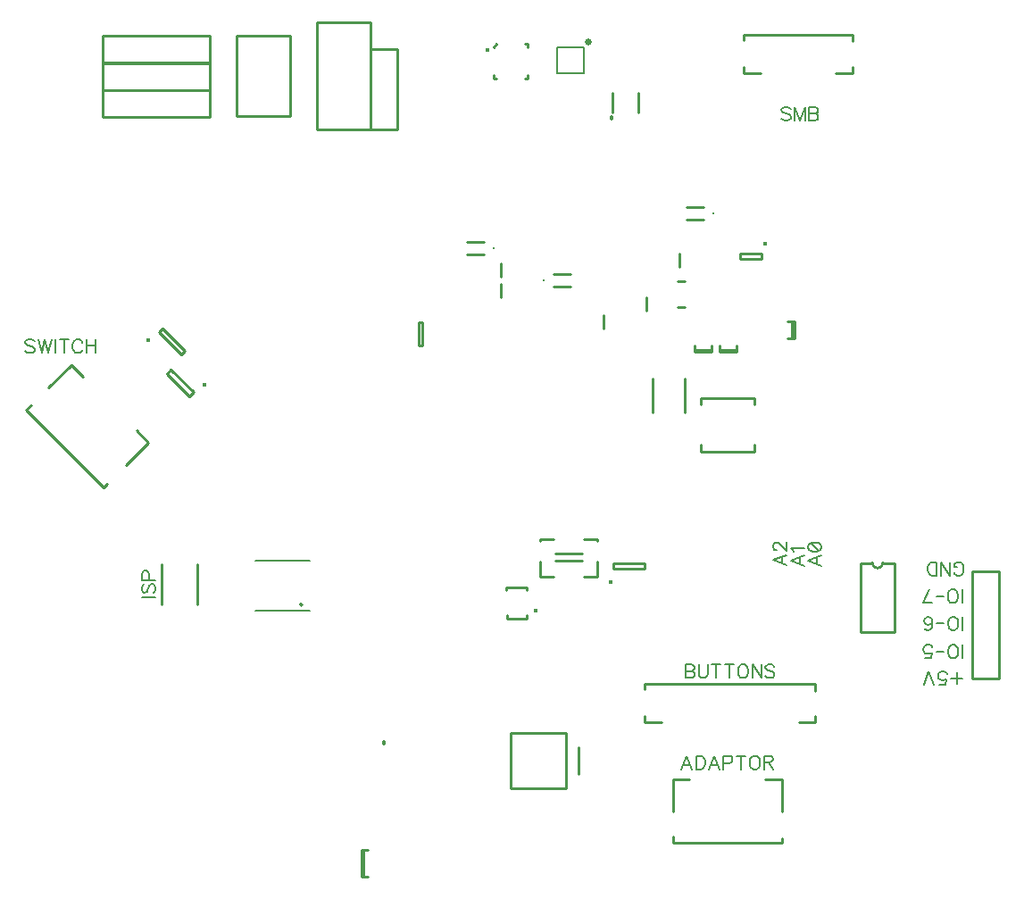
<source format=gto>
G04 DipTrace 2.4.0.2*
%INTopSilk.gbr*%
%MOIN*%
%ADD10C,0.0098*%
%ADD11C,0.006*%
%ADD13C,0.01*%
%ADD17C,0.0079*%
%ADD23C,0.025*%
%ADD36C,0.0094*%
%ADD45C,0.0154*%
%ADD62C,0.018*%
%ADD63C,0.005*%
%ADD70O,0.0144X0.0154*%
%ADD172C,0.0077*%
%FSLAX44Y44*%
G04*
G70*
G90*
G75*
G01*
%LNTopSilk*%
%LPD*%
X29953Y7521D2*
D10*
Y7272D1*
X34033D1*
Y7462D1*
Y8462D2*
Y9642D1*
X33403Y9649D2*
X34033D1*
X29953Y8462D2*
Y9642D1*
Y9649D2*
X30583D1*
X35277Y12952D2*
X35280Y13202D1*
X28900D1*
X28903D2*
Y13014D1*
Y12014D2*
Y11764D1*
X29527D2*
X28903D1*
X35277Y12014D2*
Y11764D1*
X34653D1*
X23532Y28917D2*
Y28406D1*
X31395Y25679D2*
X30765D1*
X31395Y25605D2*
X30765D1*
X31395D2*
Y25841D1*
X30765Y25605D2*
Y25841D1*
X28954Y27657D2*
Y27146D1*
X18418Y6029D2*
Y7014D1*
X18343Y6029D2*
Y7014D1*
Y6029D2*
X18579D1*
X18343Y7014D2*
X18579D1*
X32345Y25689D2*
X31715D1*
X32345Y25615D2*
X31715D1*
X32345D2*
Y25851D1*
X31715Y25615D2*
Y25851D1*
X34412Y26736D2*
Y26107D1*
X34487Y26736D2*
Y26107D1*
Y26736D2*
X34251D1*
X34487Y26107D2*
X34251D1*
X30216Y28786D2*
Y29297D1*
X23532Y28157D2*
Y27646D1*
X27376Y26466D2*
Y26977D1*
X13660Y34402D2*
X15660D1*
Y37402D1*
X13660D1*
Y34402D1*
X16660Y33902D2*
X18660D1*
Y37902D1*
X16660D1*
Y33902D1*
X12660Y36401D2*
X8660D1*
Y37402D1*
X12660D1*
Y36401D1*
Y35391D2*
X8660D1*
Y36392D1*
X12660D1*
Y35391D1*
Y34391D2*
X8660D1*
Y35392D1*
X12660D1*
Y34391D1*
X31092Y30545D2*
X30462D1*
X31092Y31018D2*
X30462D1*
D36*
X31462Y30782D3*
X22902Y29235D2*
D10*
X22272D1*
X22902Y29708D2*
X22272D1*
D36*
X23272Y29472D3*
X25508Y28528D2*
D10*
X26138D1*
X25508Y28055D2*
X26138D1*
D36*
X25138Y28292D3*
X26643Y17223D2*
D10*
X27142D1*
Y17785D1*
X25018Y17223D2*
X25517D1*
X25018D2*
Y17785D1*
X27142Y18535D2*
Y18598D1*
X26643D1*
X25018Y18535D2*
Y18598D1*
X25517D1*
X41120Y13421D2*
X42120D1*
Y17422D1*
X41120D1*
Y13421D1*
X10865Y16192D2*
Y17692D1*
X12215Y16192D2*
Y17692D1*
X18660Y33902D2*
X19660D1*
Y36901D1*
X18660D1*
Y33902D1*
X33007Y22142D2*
Y21892D1*
X31008D1*
Y22142D1*
X33007Y23642D2*
Y23892D1*
X31008D1*
Y23642D2*
Y23892D1*
X23900Y11382D2*
X25980D1*
Y9302D1*
X23900D1*
Y11382D1*
X26440Y10842D2*
Y9842D1*
D45*
X27632Y17024D3*
X27724Y17526D2*
D10*
X28905D1*
Y17723D1*
X27724D1*
Y17526D1*
D45*
X33399Y29631D3*
X33268Y29287D2*
D10*
X32480D1*
Y29090D1*
X33268D1*
Y29287D1*
D45*
X12472Y24387D3*
X12053Y24098D2*
D10*
X11217Y24933D1*
X11078Y24794D1*
X11913Y23959D1*
X12053Y24098D1*
D45*
X10358Y26046D3*
X10777Y26335D2*
D10*
X11613Y25500D1*
X11752Y25639D1*
X10917Y26474D1*
X10777Y26335D1*
X30387Y27269D2*
X30151D1*
X30387Y28254D2*
X30151D1*
X29219Y23360D2*
Y24618D1*
X30401Y23360D2*
Y24618D1*
X20592Y26719D2*
X20468D1*
Y25844D1*
X20592D1*
Y26719D1*
X36670Y37198D2*
Y37448D1*
X32590D1*
Y37258D1*
Y36258D2*
Y36008D1*
X33220D2*
X32590D1*
X36670Y36258D2*
Y36008D1*
X36040D1*
X5987Y23607D2*
X5810Y23431D1*
X8695Y20546D1*
X8829Y20680D1*
X9536Y21387D2*
X10371Y22222D1*
X9931Y22672D2*
X10376Y22227D1*
X6651Y24272D2*
X7486Y25107D1*
X7491Y25112D2*
X7936Y24667D1*
D45*
X24852Y15948D3*
X24510Y15646D2*
D10*
X23762D1*
X24510Y16827D2*
X23722D1*
X24510Y16709D2*
Y16827D1*
X23722Y16709D2*
Y16827D1*
X23762Y15646D2*
Y15764D1*
X24510Y15646D2*
Y15764D1*
D62*
X19158Y11005D3*
X25638Y36993D2*
D63*
X26622D1*
Y36009D1*
X25638D1*
Y36993D1*
D23*
X26818Y37188D3*
X16390Y17811D2*
D11*
X14380D1*
Y15952D2*
X16390D1*
X16013Y16171D2*
D17*
G02X16013Y16171I57J0D01*
G01*
X36972Y17729D2*
D10*
Y15131D1*
X38232Y17729D2*
Y15131D1*
X36972D2*
X38232D1*
X36972Y17729D2*
X37405D1*
X37799D2*
X38232D1*
X37405D2*
G03X37799Y17729I197J0D01*
G01*
X27705Y35296D2*
Y34536D1*
X28665D2*
Y35296D1*
D62*
X27658Y34333D3*
X23273Y36992D2*
D10*
X23378Y37111D1*
X23273Y35820D2*
X23378D1*
X23273D2*
Y35939D1*
X24540Y35820D2*
Y35939D1*
Y35820D2*
X24434D1*
X24540Y37111D2*
Y36992D1*
Y37111D2*
X24434D1*
D70*
X23049Y36873D3*
X25580Y18072D2*
D13*
X26580D1*
X25580Y17812D2*
X26580Y17816D1*
X35503Y18004D2*
D172*
X35001Y17812D1*
X35503Y17621D1*
X35336Y17693D2*
Y17932D1*
X35001Y18302D2*
X35025Y18230D1*
X35097Y18182D1*
X35216Y18158D1*
X35288D1*
X35408Y18182D1*
X35480Y18230D1*
X35503Y18302D1*
Y18349D1*
X35480Y18421D1*
X35408Y18469D1*
X35288Y18493D1*
X35216D1*
X35097Y18469D1*
X35025Y18421D1*
X35001Y18349D1*
Y18302D1*
X35097Y18469D2*
X35408Y18182D1*
X34863Y18001D2*
X34361Y17809D1*
X34863Y17618D1*
X34696Y17689D2*
Y17929D1*
X34457Y18155D2*
X34433Y18203D1*
X34361Y18275D1*
X34863D1*
X34203Y18024D2*
X33701Y17832D1*
X34203Y17641D1*
X34036Y17713D2*
Y17952D1*
X33821Y18202D2*
X33797D1*
X33749Y18226D1*
X33725Y18250D1*
X33701Y18298D1*
Y18394D1*
X33725Y18441D1*
X33749Y18465D1*
X33797Y18489D1*
X33845D1*
X33893Y18465D1*
X33964Y18417D1*
X34203Y18178D1*
Y18513D1*
X30668Y10021D2*
X30476Y10523D1*
X30285Y10021D1*
X30357Y10189D2*
X30596D1*
X30822Y10523D2*
Y10021D1*
X30990D1*
X31062Y10045D1*
X31110Y10093D1*
X31133Y10141D1*
X31157Y10212D1*
Y10332D1*
X31133Y10404D1*
X31110Y10452D1*
X31062Y10500D1*
X30990Y10523D1*
X30822D1*
X31695Y10021D2*
X31503Y10523D1*
X31312Y10021D1*
X31383Y10189D2*
X31623D1*
X31849Y10260D2*
X32065D1*
X32136Y10284D1*
X32160Y10308D1*
X32184Y10356D1*
Y10428D1*
X32160Y10475D1*
X32136Y10500D1*
X32065Y10523D1*
X31849D1*
Y10021D1*
X32506Y10523D2*
Y10021D1*
X32338Y10523D2*
X32673D1*
X32971D2*
X32923Y10500D1*
X32876Y10452D1*
X32851Y10404D1*
X32828Y10332D1*
Y10212D1*
X32851Y10141D1*
X32876Y10093D1*
X32923Y10045D1*
X32971Y10021D1*
X33067D1*
X33114Y10045D1*
X33163Y10093D1*
X33186Y10141D1*
X33210Y10212D1*
Y10332D1*
X33186Y10404D1*
X33163Y10452D1*
X33114Y10500D1*
X33067Y10523D1*
X32971D1*
X33365Y10284D2*
X33580D1*
X33651Y10308D1*
X33676Y10332D1*
X33699Y10380D1*
Y10428D1*
X33676Y10475D1*
X33651Y10500D1*
X33580Y10523D1*
X33365D1*
Y10021D1*
X33532Y10284D2*
X33699Y10021D1*
X30431Y13934D2*
Y13431D1*
X30646D1*
X30718Y13456D1*
X30742Y13479D1*
X30766Y13527D1*
Y13599D1*
X30742Y13647D1*
X30718Y13671D1*
X30646Y13694D1*
X30718Y13719D1*
X30742Y13743D1*
X30766Y13790D1*
Y13838D1*
X30742Y13886D1*
X30718Y13910D1*
X30646Y13934D1*
X30431D1*
Y13694D2*
X30646D1*
X30920Y13934D2*
Y13575D1*
X30944Y13503D1*
X30992Y13456D1*
X31064Y13431D1*
X31111D1*
X31183Y13456D1*
X31231Y13503D1*
X31255Y13575D1*
Y13934D1*
X31577D2*
Y13431D1*
X31409Y13934D2*
X31744D1*
X32066D2*
Y13431D1*
X31899Y13934D2*
X32234D1*
X32532D2*
X32484Y13910D1*
X32436Y13862D1*
X32412Y13814D1*
X32388Y13743D1*
Y13623D1*
X32412Y13551D1*
X32436Y13503D1*
X32484Y13456D1*
X32532Y13431D1*
X32627D1*
X32675Y13456D1*
X32723Y13503D1*
X32747Y13551D1*
X32771Y13623D1*
Y13743D1*
X32747Y13814D1*
X32723Y13862D1*
X32675Y13910D1*
X32627Y13934D1*
X32532D1*
X33260D2*
Y13431D1*
X32925Y13934D1*
Y13431D1*
X33749Y13862D2*
X33702Y13910D1*
X33630Y13934D1*
X33534D1*
X33462Y13910D1*
X33414Y13862D1*
Y13814D1*
X33439Y13766D1*
X33462Y13743D1*
X33510Y13719D1*
X33654Y13671D1*
X33702Y13647D1*
X33725Y13623D1*
X33749Y13575D1*
Y13503D1*
X33702Y13456D1*
X33630Y13431D1*
X33534D1*
X33462Y13456D1*
X33414Y13503D1*
X10133Y16452D2*
X10635D1*
X10204Y16942D2*
X10156Y16894D1*
X10133Y16822D1*
Y16727D1*
X10156Y16655D1*
X10204Y16607D1*
X10252D1*
X10300Y16631D1*
X10324Y16655D1*
X10348Y16702D1*
X10396Y16846D1*
X10419Y16894D1*
X10444Y16918D1*
X10491Y16942D1*
X10563D1*
X10611Y16894D1*
X10635Y16822D1*
Y16727D1*
X10611Y16655D1*
X10563Y16607D1*
X10396Y17096D2*
Y17311D1*
X10372Y17383D1*
X10348Y17407D1*
X10300Y17431D1*
X10228D1*
X10181Y17407D1*
X10156Y17383D1*
X10133Y17311D1*
Y17096D1*
X10635D1*
X34354Y34679D2*
X34307Y34727D1*
X34235Y34750D1*
X34139D1*
X34068Y34727D1*
X34019Y34679D1*
Y34631D1*
X34044Y34583D1*
X34068Y34559D1*
X34115Y34535D1*
X34259Y34487D1*
X34307Y34464D1*
X34331Y34439D1*
X34354Y34392D1*
Y34320D1*
X34307Y34272D1*
X34235Y34248D1*
X34139D1*
X34068Y34272D1*
X34019Y34320D1*
X34891Y34248D2*
Y34750D1*
X34700Y34248D1*
X34509Y34750D1*
Y34248D1*
X35046Y34750D2*
Y34248D1*
X35261D1*
X35333Y34272D1*
X35357Y34296D1*
X35381Y34344D1*
Y34415D1*
X35357Y34464D1*
X35333Y34487D1*
X35261Y34511D1*
X35333Y34535D1*
X35357Y34559D1*
X35381Y34607D1*
Y34655D1*
X35357Y34702D1*
X35333Y34727D1*
X35261Y34750D1*
X35046D1*
Y34511D2*
X35261D1*
X6120Y26002D2*
X6072Y26050D1*
X6001Y26074D1*
X5905D1*
X5833Y26050D1*
X5785Y26002D1*
Y25955D1*
X5809Y25907D1*
X5833Y25883D1*
X5881Y25859D1*
X6024Y25811D1*
X6072Y25787D1*
X6096Y25763D1*
X6120Y25715D1*
Y25644D1*
X6072Y25596D1*
X6001Y25572D1*
X5905D1*
X5833Y25596D1*
X5785Y25644D1*
X6274Y26074D2*
X6394Y25572D1*
X6514Y26074D1*
X6633Y25572D1*
X6753Y26074D1*
X6907D2*
Y25572D1*
X7229Y26074D2*
Y25572D1*
X7062Y26074D2*
X7397D1*
X7910Y25955D2*
X7886Y26002D1*
X7838Y26050D1*
X7790Y26074D1*
X7695D1*
X7647Y26050D1*
X7599Y26002D1*
X7575Y25955D1*
X7551Y25883D1*
Y25763D1*
X7575Y25692D1*
X7599Y25644D1*
X7647Y25596D1*
X7695Y25572D1*
X7790D1*
X7838Y25596D1*
X7886Y25644D1*
X7910Y25692D1*
X8064Y26074D2*
Y25572D1*
X8399Y26074D2*
Y25572D1*
X8064Y25835D2*
X8399D1*
X40460Y17376D2*
X40484Y17328D1*
X40532Y17280D1*
X40579Y17257D1*
X40675D1*
X40723Y17280D1*
X40771Y17328D1*
X40795Y17376D1*
X40819Y17448D1*
Y17568D1*
X40795Y17639D1*
X40771Y17687D1*
X40723Y17735D1*
X40675Y17759D1*
X40579D1*
X40532Y17735D1*
X40484Y17687D1*
X40460Y17639D1*
Y17568D1*
X40579D1*
X39971Y17257D2*
Y17759D1*
X40306Y17257D1*
Y17759D1*
X39816Y17257D2*
Y17759D1*
X39649D1*
X39577Y17735D1*
X39529Y17687D1*
X39505Y17639D1*
X39481Y17568D1*
Y17448D1*
X39505Y17376D1*
X39529Y17328D1*
X39577Y17280D1*
X39649Y17257D1*
X39816D1*
X40759Y16237D2*
Y16739D1*
X40461Y16237D2*
X40509Y16260D1*
X40556Y16308D1*
X40581Y16356D1*
X40604Y16428D1*
Y16548D1*
X40581Y16619D1*
X40556Y16667D1*
X40509Y16715D1*
X40461Y16739D1*
X40365D1*
X40318Y16715D1*
X40269Y16667D1*
X40246Y16619D1*
X40222Y16548D1*
Y16428D1*
X40246Y16356D1*
X40269Y16308D1*
X40318Y16260D1*
X40365Y16237D1*
X40461D1*
X40068Y16488D2*
X39791D1*
X39541Y16739D2*
X39302Y16237D1*
X39637D1*
X40769Y15217D2*
Y15719D1*
X40471Y15217D2*
X40519Y15240D1*
X40566Y15288D1*
X40591Y15336D1*
X40614Y15408D1*
Y15528D1*
X40591Y15599D1*
X40566Y15647D1*
X40519Y15695D1*
X40471Y15719D1*
X40375D1*
X40328Y15695D1*
X40279Y15647D1*
X40256Y15599D1*
X40232Y15528D1*
Y15408D1*
X40256Y15336D1*
X40279Y15288D1*
X40328Y15240D1*
X40375Y15217D1*
X40471D1*
X40078Y15468D2*
X39801D1*
X39360Y15288D2*
X39384Y15241D1*
X39456Y15217D1*
X39503D1*
X39575Y15241D1*
X39623Y15313D1*
X39647Y15432D1*
Y15551D1*
X39623Y15647D1*
X39575Y15695D1*
X39503Y15719D1*
X39479D1*
X39408Y15695D1*
X39360Y15647D1*
X39336Y15575D1*
Y15551D1*
X39360Y15480D1*
X39408Y15432D1*
X39479Y15408D1*
X39503D1*
X39575Y15432D1*
X39623Y15480D1*
X39647Y15551D1*
X40769Y14167D2*
Y14669D1*
X40471Y14167D2*
X40519Y14190D1*
X40566Y14238D1*
X40591Y14286D1*
X40614Y14358D1*
Y14478D1*
X40591Y14549D1*
X40566Y14597D1*
X40519Y14645D1*
X40471Y14669D1*
X40375D1*
X40328Y14645D1*
X40279Y14597D1*
X40256Y14549D1*
X40232Y14478D1*
Y14358D1*
X40256Y14286D1*
X40279Y14238D1*
X40328Y14190D1*
X40375Y14167D1*
X40471D1*
X40078Y14418D2*
X39801D1*
X39360Y14167D2*
X39599D1*
X39622Y14382D1*
X39599Y14358D1*
X39527Y14334D1*
X39456D1*
X39384Y14358D1*
X39336Y14406D1*
X39312Y14478D1*
Y14525D1*
X39336Y14597D1*
X39384Y14645D1*
X39456Y14669D1*
X39527D1*
X39599Y14645D1*
X39622Y14621D1*
X39647Y14573D1*
X40564Y13213D2*
Y13643D1*
X40779Y13428D2*
X40348D1*
X39907Y13177D2*
X40146D1*
X40169Y13392D1*
X40146Y13368D1*
X40074Y13344D1*
X40003D1*
X39931Y13368D1*
X39883Y13416D1*
X39859Y13488D1*
Y13535D1*
X39883Y13607D1*
X39931Y13655D1*
X40003Y13679D1*
X40074D1*
X40146Y13655D1*
X40169Y13631D1*
X40194Y13583D1*
X39704Y13177D2*
X39513Y13679D1*
X39322Y13177D1*
M02*

</source>
